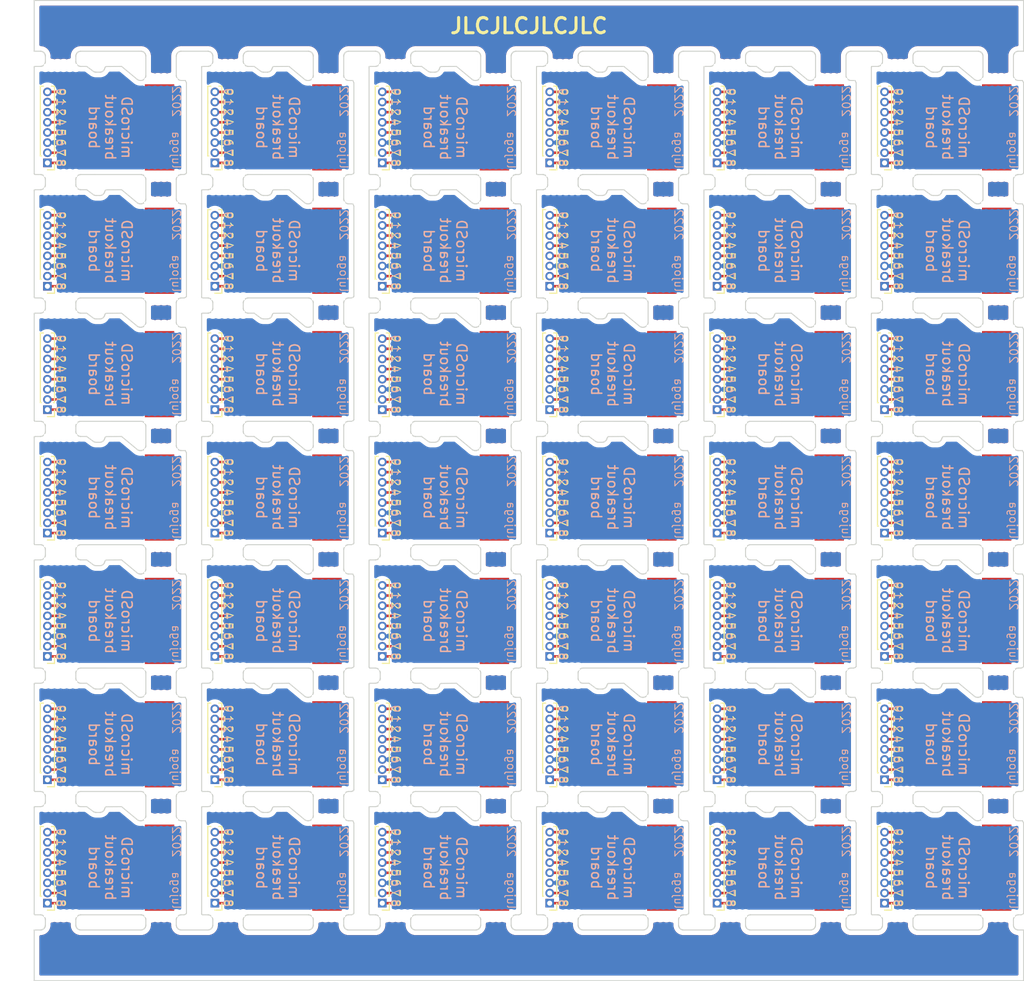
<source format=kicad_pcb>
(kicad_pcb (version 20211014) (generator pcbnew)

  (general
    (thickness 0.8)
  )

  (paper "A4")
  (layers
    (0 "F.Cu" signal)
    (31 "B.Cu" signal)
    (36 "B.SilkS" user "B.Silkscreen")
    (37 "F.SilkS" user "F.Silkscreen")
    (38 "B.Mask" user)
    (39 "F.Mask" user)
    (40 "Dwgs.User" user "User.Drawings")
    (41 "Cmts.User" user "User.Comments")
    (42 "Eco1.User" user "User.Eco1")
    (43 "Eco2.User" user "User.Eco2")
    (44 "Edge.Cuts" user)
    (45 "Margin" user)
    (46 "B.CrtYd" user "B.Courtyard")
    (47 "F.CrtYd" user "F.Courtyard")
    (49 "F.Fab" user)
  )

  (setup
    (stackup
      (layer "F.SilkS" (type "Top Silk Screen") (color "White"))
      (layer "F.Mask" (type "Top Solder Mask") (color "Purple") (thickness 0.01))
      (layer "F.Cu" (type "copper") (thickness 0.035))
      (layer "dielectric 1" (type "core") (thickness 0.71) (material "FR4") (epsilon_r 4.5) (loss_tangent 0.02))
      (layer "B.Cu" (type "copper") (thickness 0.035))
      (layer "B.Mask" (type "Bottom Solder Mask") (color "Purple") (thickness 0.01))
      (layer "B.SilkS" (type "Bottom Silk Screen") (color "White"))
      (copper_finish "ENIG")
      (dielectric_constraints no)
    )
    (pad_to_mask_clearance 0)
    (pcbplotparams
      (layerselection 0x00010f0_ffffffff)
      (disableapertmacros false)
      (usegerberextensions true)
      (usegerberattributes true)
      (usegerberadvancedattributes true)
      (creategerberjobfile false)
      (svguseinch false)
      (svgprecision 6)
      (excludeedgelayer true)
      (plotframeref false)
      (viasonmask false)
      (mode 1)
      (useauxorigin false)
      (hpglpennumber 1)
      (hpglpenspeed 20)
      (hpglpendiameter 15.000000)
      (dxfpolygonmode true)
      (dxfimperialunits true)
      (dxfusepcbnewfont true)
      (psnegative false)
      (psa4output false)
      (plotreference true)
      (plotvalue true)
      (plotinvisibletext false)
      (sketchpadsonfab false)
      (subtractmaskfromsilk false)
      (outputformat 1)
      (mirror false)
      (drillshape 0)
      (scaleselection 1)
      (outputdirectory "../gerber/")
    )
  )

  (net 0 "")
  (net 1 "Board_0-Net-(J1-Pad1)")
  (net 2 "Board_0-Net-(J1-Pad2)")
  (net 3 "Board_0-Net-(J1-Pad3)")
  (net 4 "Board_0-Net-(J1-Pad4)")
  (net 5 "Board_0-Net-(J1-Pad5)")
  (net 6 "Board_0-Net-(J1-Pad6)")
  (net 7 "Board_0-Net-(J1-Pad7)")
  (net 8 "Board_0-Net-(J1-Pad8)")
  (net 9 "Board_1-Net-(J1-Pad1)")
  (net 10 "Board_1-Net-(J1-Pad2)")
  (net 11 "Board_1-Net-(J1-Pad3)")
  (net 12 "Board_1-Net-(J1-Pad4)")
  (net 13 "Board_1-Net-(J1-Pad5)")
  (net 14 "Board_1-Net-(J1-Pad6)")
  (net 15 "Board_1-Net-(J1-Pad7)")
  (net 16 "Board_1-Net-(J1-Pad8)")
  (net 17 "Board_2-Net-(J1-Pad1)")
  (net 18 "Board_2-Net-(J1-Pad2)")
  (net 19 "Board_2-Net-(J1-Pad3)")
  (net 20 "Board_2-Net-(J1-Pad4)")
  (net 21 "Board_2-Net-(J1-Pad5)")
  (net 22 "Board_2-Net-(J1-Pad6)")
  (net 23 "Board_2-Net-(J1-Pad7)")
  (net 24 "Board_2-Net-(J1-Pad8)")
  (net 25 "Board_3-Net-(J1-Pad1)")
  (net 26 "Board_3-Net-(J1-Pad2)")
  (net 27 "Board_3-Net-(J1-Pad3)")
  (net 28 "Board_3-Net-(J1-Pad4)")
  (net 29 "Board_3-Net-(J1-Pad5)")
  (net 30 "Board_3-Net-(J1-Pad6)")
  (net 31 "Board_3-Net-(J1-Pad7)")
  (net 32 "Board_3-Net-(J1-Pad8)")
  (net 33 "Board_4-Net-(J1-Pad1)")
  (net 34 "Board_4-Net-(J1-Pad2)")
  (net 35 "Board_4-Net-(J1-Pad3)")
  (net 36 "Board_4-Net-(J1-Pad4)")
  (net 37 "Board_4-Net-(J1-Pad5)")
  (net 38 "Board_4-Net-(J1-Pad6)")
  (net 39 "Board_4-Net-(J1-Pad7)")
  (net 40 "Board_4-Net-(J1-Pad8)")
  (net 41 "Board_5-Net-(J1-Pad1)")
  (net 42 "Board_5-Net-(J1-Pad2)")
  (net 43 "Board_5-Net-(J1-Pad3)")
  (net 44 "Board_5-Net-(J1-Pad4)")
  (net 45 "Board_5-Net-(J1-Pad5)")
  (net 46 "Board_5-Net-(J1-Pad6)")
  (net 47 "Board_5-Net-(J1-Pad7)")
  (net 48 "Board_5-Net-(J1-Pad8)")
  (net 49 "Board_6-Net-(J1-Pad1)")
  (net 50 "Board_6-Net-(J1-Pad2)")
  (net 51 "Board_6-Net-(J1-Pad3)")
  (net 52 "Board_6-Net-(J1-Pad4)")
  (net 53 "Board_6-Net-(J1-Pad5)")
  (net 54 "Board_6-Net-(J1-Pad6)")
  (net 55 "Board_6-Net-(J1-Pad7)")
  (net 56 "Board_6-Net-(J1-Pad8)")
  (net 57 "Board_7-Net-(J1-Pad1)")
  (net 58 "Board_7-Net-(J1-Pad2)")
  (net 59 "Board_7-Net-(J1-Pad3)")
  (net 60 "Board_7-Net-(J1-Pad4)")
  (net 61 "Board_7-Net-(J1-Pad5)")
  (net 62 "Board_7-Net-(J1-Pad6)")
  (net 63 "Board_7-Net-(J1-Pad7)")
  (net 64 "Board_7-Net-(J1-Pad8)")
  (net 65 "Board_8-Net-(J1-Pad1)")
  (net 66 "Board_8-Net-(J1-Pad2)")
  (net 67 "Board_8-Net-(J1-Pad3)")
  (net 68 "Board_8-Net-(J1-Pad4)")
  (net 69 "Board_8-Net-(J1-Pad5)")
  (net 70 "Board_8-Net-(J1-Pad6)")
  (net 71 "Board_8-Net-(J1-Pad7)")
  (net 72 "Board_8-Net-(J1-Pad8)")
  (net 73 "Board_9-Net-(J1-Pad1)")
  (net 74 "Board_9-Net-(J1-Pad2)")
  (net 75 "Board_9-Net-(J1-Pad3)")
  (net 76 "Board_9-Net-(J1-Pad4)")
  (net 77 "Board_9-Net-(J1-Pad5)")
  (net 78 "Board_9-Net-(J1-Pad6)")
  (net 79 "Board_9-Net-(J1-Pad7)")
  (net 80 "Board_9-Net-(J1-Pad8)")
  (net 81 "Board_10-Net-(J1-Pad1)")
  (net 82 "Board_10-Net-(J1-Pad2)")
  (net 83 "Board_10-Net-(J1-Pad3)")
  (net 84 "Board_10-Net-(J1-Pad4)")
  (net 85 "Board_10-Net-(J1-Pad5)")
  (net 86 "Board_10-Net-(J1-Pad6)")
  (net 87 "Board_10-Net-(J1-Pad7)")
  (net 88 "Board_10-Net-(J1-Pad8)")
  (net 89 "Board_11-Net-(J1-Pad1)")
  (net 90 "Board_11-Net-(J1-Pad2)")
  (net 91 "Board_11-Net-(J1-Pad3)")
  (net 92 "Board_11-Net-(J1-Pad4)")
  (net 93 "Board_11-Net-(J1-Pad5)")
  (net 94 "Board_11-Net-(J1-Pad6)")
  (net 95 "Board_11-Net-(J1-Pad7)")
  (net 96 "Board_11-Net-(J1-Pad8)")
  (net 97 "Board_12-Net-(J1-Pad1)")
  (net 98 "Board_12-Net-(J1-Pad2)")
  (net 99 "Board_12-Net-(J1-Pad3)")
  (net 100 "Board_12-Net-(J1-Pad4)")
  (net 101 "Board_12-Net-(J1-Pad5)")
  (net 102 "Board_12-Net-(J1-Pad6)")
  (net 103 "Board_12-Net-(J1-Pad7)")
  (net 104 "Board_12-Net-(J1-Pad8)")
  (net 105 "Board_13-Net-(J1-Pad1)")
  (net 106 "Board_13-Net-(J1-Pad2)")
  (net 107 "Board_13-Net-(J1-Pad3)")
  (net 108 "Board_13-Net-(J1-Pad4)")
  (net 109 "Board_13-Net-(J1-Pad5)")
  (net 110 "Board_13-Net-(J1-Pad6)")
  (net 111 "Board_13-Net-(J1-Pad7)")
  (net 112 "Board_13-Net-(J1-Pad8)")
  (net 113 "Board_14-Net-(J1-Pad1)")
  (net 114 "Board_14-Net-(J1-Pad2)")
  (net 115 "Board_14-Net-(J1-Pad3)")
  (net 116 "Board_14-Net-(J1-Pad4)")
  (net 117 "Board_14-Net-(J1-Pad5)")
  (net 118 "Board_14-Net-(J1-Pad6)")
  (net 119 "Board_14-Net-(J1-Pad7)")
  (net 120 "Board_14-Net-(J1-Pad8)")
  (net 121 "Board_15-Net-(J1-Pad1)")
  (net 122 "Board_15-Net-(J1-Pad2)")
  (net 123 "Board_15-Net-(J1-Pad3)")
  (net 124 "Board_15-Net-(J1-Pad4)")
  (net 125 "Board_15-Net-(J1-Pad5)")
  (net 126 "Board_15-Net-(J1-Pad6)")
  (net 127 "Board_15-Net-(J1-Pad7)")
  (net 128 "Board_15-Net-(J1-Pad8)")
  (net 129 "Board_16-Net-(J1-Pad1)")
  (net 130 "Board_16-Net-(J1-Pad2)")
  (net 131 "Board_16-Net-(J1-Pad3)")
  (net 132 "Board_16-Net-(J1-Pad4)")
  (net 133 "Board_16-Net-(J1-Pad5)")
  (net 134 "Board_16-Net-(J1-Pad6)")
  (net 135 "Board_16-Net-(J1-Pad7)")
  (net 136 "Board_16-Net-(J1-Pad8)")
  (net 137 "Board_17-Net-(J1-Pad1)")
  (net 138 "Board_17-Net-(J1-Pad2)")
  (net 139 "Board_17-Net-(J1-Pad3)")
  (net 140 "Board_17-Net-(J1-Pad4)")
  (net 141 "Board_17-Net-(J1-Pad5)")
  (net 142 "Board_17-Net-(J1-Pad6)")
  (net 143 "Board_17-Net-(J1-Pad7)")
  (net 144 "Board_17-Net-(J1-Pad8)")
  (net 145 "Board_18-Net-(J1-Pad1)")
  (net 146 "Board_18-Net-(J1-Pad2)")
  (net 147 "Board_18-Net-(J1-Pad3)")
  (net 148 "Board_18-Net-(J1-Pad4)")
  (net 149 "Board_18-Net-(J1-Pad5)")
  (net 150 "Board_18-Net-(J1-Pad6)")
  (net 151 "Board_18-Net-(J1-Pad7)")
  (net 152 "Board_18-Net-(J1-Pad8)")
  (net 153 "Board_19-Net-(J1-Pad1)")
  (net 154 "Board_19-Net-(J1-Pad2)")
  (net 155 "Board_19-Net-(J1-Pad3)")
  (net 156 "Board_19-Net-(J1-Pad4)")
  (net 157 "Board_19-Net-(J1-Pad5)")
  (net 158 "Board_19-Net-(J1-Pad6)")
  (net 159 "Board_19-Net-(J1-Pad7)")
  (net 160 "Board_19-Net-(J1-Pad8)")
  (net 161 "Board_20-Net-(J1-Pad1)")
  (net 162 "Board_20-Net-(J1-Pad2)")
  (net 163 "Board_20-Net-(J1-Pad3)")
  (net 164 "Board_20-Net-(J1-Pad4)")
  (net 165 "Board_20-Net-(J1-Pad5)")
  (net 166 "Board_20-Net-(J1-Pad6)")
  (net 167 "Board_20-Net-(J1-Pad7)")
  (net 168 "Board_20-Net-(J1-Pad8)")
  (net 169 "Board_21-Net-(J1-Pad1)")
  (net 170 "Board_21-Net-(J1-Pad2)")
  (net 171 "Board_21-Net-(J1-Pad3)")
  (net 172 "Board_21-Net-(J1-Pad4)")
  (net 173 "Board_21-Net-(J1-Pad5)")
  (net 174 "Board_21-Net-(J1-Pad6)")
  (net 175 "Board_21-Net-(J1-Pad7)")
  (net 176 "Board_21-Net-(J1-Pad8)")
  (net 177 "Board_22-Net-(J1-Pad1)")
  (net 178 "Board_22-Net-(J1-Pad2)")
  (net 179 "Board_22-Net-(J1-Pad3)")
  (net 180 "Board_22-Net-(J1-Pad4)")
  (net 181 "Board_22-Net-(J1-Pad5)")
  (net 182 "Board_22-Net-(J1-Pad6)")
  (net 183 "Board_22-Net-(J1-Pad7)")
  (net 184 "Board_22-Net-(J1-Pad8)")
  (net 185 "Board_23-Net-(J1-Pad1)")
  (net 186 "Board_23-Net-(J1-Pad2)")
  (net 187 "Board_23-Net-(J1-Pad3)")
  (net 188 "Board_23-Net-(J1-Pad4)")
  (net 189 "Board_23-Net-(J1-Pad5)")
  (net 190 "Board_23-Net-(J1-Pad6)")
  (net 191 "Board_23-Net-(J1-Pad7)")
  (net 192 "Board_23-Net-(J1-Pad8)")
  (net 193 "Board_24-Net-(J1-Pad1)")
  (net 194 "Board_24-Net-(J1-Pad2)")
  (net 195 "Board_24-Net-(J1-Pad3)")
  (net 196 "Board_24-Net-(J1-Pad4)")
  (net 197 "Board_24-Net-(J1-Pad5)")
  (net 198 "Board_24-Net-(J1-Pad6)")
  (net 199 "Board_24-Net-(J1-Pad7)")
  (net 200 "Board_24-Net-(J1-Pad8)")
  (net 201 "Board_25-Net-(J1-Pad1)")
  (net 202 "Board_25-Net-(J1-Pad2)")
  (net 203 "Board_25-Net-(J1-Pad3)")
  (net 204 "Board_25-Net-(J1-Pad4)")
  (net 205 "Board_25-Net-(J1-Pad5)")
  (net 206 "Board_25-Net-(J1-Pad6)")
  (net 207 "Board_25-Net-(J1-Pad7)")
  (net 208 "Board_25-Net-(J1-Pad8)")
  (net 209 "Board_26-Net-(J1-Pad1)")
  (net 210 "Board_26-Net-(J1-Pad2)")
  (net 211 "Board_26-Net-(J1-Pad3)")
  (net 212 "Board_26-Net-(J1-Pad4)")
  (net 213 "Board_26-Net-(J1-Pad5)")
  (net 214 "Board_26-Net-(J1-Pad6)")
  (net 215 "Board_26-Net-(J1-Pad7)")
  (net 216 "Board_26-Net-(J1-Pad8)")
  (net 217 "Board_27-Net-(J1-Pad1)")
  (net 218 "Board_27-Net-(J1-Pad2)")
  (net 219 "Board_27-Net-(J1-Pad3)")
  (net 220 "Board_27-Net-(J1-Pad4)")
  (net 221 "Board_27-Net-(J1-Pad5)")
  (net 222 "Board_27-Net-(J1-Pad6)")
  (net 223 "Board_27-Net-(J1-Pad7)")
  (net 224 "Board_27-Net-(J1-Pad8)")
  (net 225 "Board_28-Net-(J1-Pad1)")
  (net 226 "Board_28-Net-(J1-Pad2)")
  (net 227 "Board_28-Net-(J1-Pad3)")
  (net 228 "Board_28-Net-(J1-Pad4)")
  (net 229 "Board_28-Net-(J1-Pad5)")
  (net 230 "Board_28-Net-(J1-Pad6)")
  (net 231 "Board_28-Net-(J1-Pad7)")
  (net 232 "Board_28-Net-(J1-Pad8)")
  (net 233 "Board_29-Net-(J1-Pad1)")
  (net 234 "Board_29-Net-(J1-Pad2)")
  (net 235 "Board_29-Net-(J1-Pad3)")
  (net 236 "Board_29-Net-(J1-Pad4)")
  (net 237 "Board_29-Net-(J1-Pad5)")
  (net 238 "Board_29-Net-(J1-Pad6)")
  (net 239 "Board_29-Net-(J1-Pad7)")
  (net 240 "Board_29-Net-(J1-Pad8)")
  (net 241 "Board_30-Net-(J1-Pad1)")
  (net 242 "Board_30-Net-(J1-Pad2)")
  (net 243 "Board_30-Net-(J1-Pad3)")
  (net 244 "Board_30-Net-(J1-Pad4)")
  (net 245 "Board_30-Net-(J1-Pad5)")
  (net 246 "Board_30-Net-(J1-Pad6)")
  (net 247 "Board_30-Net-(J1-Pad7)")
  (net 248 "Board_30-Net-(J1-Pad8)")
  (net 249 "Board_31-Net-(J1-Pad1)")
  (net 250 "Board_31-Net-(J1-Pad2)")
  (net 251 "Board_31-Net-(J1-Pad3)")
  (net 252 "Board_31-Net-(J1-Pad4)")
  (net 253 "Board_31-Net-(J1-Pad5)")
  (net 254 "Board_31-Net-(J1-Pad6)")
  (net 255 "Board_31-Net-(J1-Pad7)")
  (net 256 "Board_31-Net-(J1-Pad8)")
  (net 257 "Board_32-Net-(J1-Pad1)")
  (net 258 "Board_32-Net-(J1-Pad2)")
  (net 259 "Board_32-Net-(J1-Pad3)")
  (net 260 "Board_32-Net-(J1-Pad4)")
  (net 261 "Board_32-Net-(J1-Pad5)")
  (net 262 "Board_32-Net-(J1-Pad6)")
  (net 263 "Board_32-Net-(J1-Pad7)")
  (net 264 "Board_32-Net-(J1-Pad8)")
  (net 265 "Board_33-Net-(J1-Pad1)")
  (net 266 "Board_33-Net-(J1-Pad2)")
  (net 267 "Board_33-Net-(J1-Pad3)")
  (net 268 "Board_33-Net-(J1-Pad4)")
  (net 269 "Board_33-Net-(J1-Pad5)")
  (net 270 "Board_33-Net-(J1-Pad6)")
  (net 271 "Board_33-Net-(J1-Pad7)")
  (net 272 "Board_33-Net-(J1-Pad8)")
  (net 273 "Board_34-Net-(J1-Pad1)")
  (net 274 "Board_34-Net-(J1-Pad2)")
  (net 275 "Board_34-Net-(J1-Pad3)")
  (net 276 "Board_34-Net-(J1-Pad4)")
  (net 277 "Board_34-Net-(J1-Pad5)")
  (net 278 "Board_34-Net-(J1-Pad6)")
  (net 279 "Board_34-Net-(J1-Pad7)")
  (net 280 "Board_34-Net-(J1-Pad8)")
  (net 281 "Board_35-Net-(J1-Pad1)")
  (net 282 "Board_35-Net-(J1-Pad2)")
  (net 283 "Board_35-Net-(J1-Pad3)")
  (net 284 "Board_35-Net-(J1-Pad4)")
  (net 285 "Board_35-Net-(J1-Pad5)")
  (net 286 "Board_35-Net-(J1-Pad6)")
  (net 287 "Board_35-Net-(J1-Pad7)")
  (net 288 "Board_35-Net-(J1-Pad8)")
  (net 289 "Board_36-Net-(J1-Pad1)")
  (net 290 "Board_36-Net-(J1-Pad2)")
  (net 291 "Board_36-Net-(J1-Pad3)")
  (net 292 "Board_36-Net-(J1-Pad4)")
  (net 293 "Board_36-Net-(J1-Pad5)")
  (net 294 "Board_36-Net-(J1-Pad6)")
  (net 295 "Board_36-Net-(J1-Pad7)")
  (net 296 "Board_36-Net-(J1-Pad8)")
  (net 297 "Board_37-Net-(J1-Pad1)")
  (net 298 "Board_37-Net-(J1-Pad2)")
  (net 299 "Board_37-Net-(J1-Pad3)")
  (net 300 "Board_37-Net-(J1-Pad4)")
  (net 301 "Board_37-Net-(J1-Pad5)")
  (net 302 "Board_37-Net-(J1-Pad6)")
  (net 303 "Board_37-Net-(J1-Pad7)")
  (net 304 "Board_37-Net-(J1-Pad8)")
  (net 305 "Board_38-Net-(J1-Pad1)")
  (net 306 "Board_38-Net-(J1-Pad2)")
  (net 307 "Board_38-Net-(J1-Pad3)")
  (net 308 "Board_38-Net-(J1-Pad4)")
  (net 309 "Board_38-Net-(J1-Pad5)")
  (net 310 "Board_38-Net-(J1-Pad6)")
  (net 311 "Board_38-Net-(J1-Pad7)")
  (net 312 "Board_38-Net-(J1-Pad8)")
  (net 313 "Board_39-Net-(J1-Pad1)")
  (net 314 "Board_39-Net-(J1-Pad2)")
  (net 315 "Board_39-Net-(J1-Pad3)")
  (net 316 "Board_39-Net-(J1-Pad4)")
  (net 317 "Board_39-Net-(J1-Pad5)")
  (net 318 "Board_39-Net-(J1-Pad6)")
  (net 319 "Board_39-Net-(J1-Pad7)")
  (net 320 "Board_39-Net-(J1-Pad8)")
  (net 321 "Board_40-Net-(J1-Pad1)")
  (net 322 "Board_40-Net-(J1-Pad2)")
  (net 323 "Board_40-Net-(J1-Pad3)")
  (net 324 "Board_40-Net-(J1-Pad4)")
  (net 325 "Board_40-Net-(J1-Pad5)")
  (net 326 "Board_40-Net-(J1-Pad6)")
  (net 327 "Board_40-Net-(J1-Pad7)")
  (net 328 "Board_40-Net-(J1-Pad8)")
  (net 329 "Board_41-Net-(J1-Pad1)")
  (net 330 "Board_41-Net-(J1-Pad2)")
  (net 331 "Board_41-Net-(J1-Pad3)")
  (net 332 "Board_41-Net-(J1-Pad4)")
  (net 333 "Board_41-Net-(J1-Pad5)")
  (net 334 "Board_41-Net-(J1-Pad6)")
  (net 335 "Board_41-Net-(J1-Pad7)")
  (net 336 "Board_41-Net-(J1-Pad8)")

  (footprint "NPTH" (layer "F.Cu") (at 111.400091 116.259))

  (footprint "NPTH" (layer "F.Cu") (at 79.000039 91.929))

  (footprint "NPTH" (layer "F.Cu") (at 103.000065 104.089))

  (footprint "NPTH" (layer "F.Cu") (at 119.500091 104.089))

  (footprint "NPTH" (layer "F.Cu") (at 93.100065 105.391))

  (footprint "NPTH" (layer "F.Cu") (at 126.100117 104.089))

  (footprint "NPTH" (layer "F.Cu") (at 139.000117 104.089))

  (footprint "NPTH" (layer "F.Cu") (at 77.800039 93.231))

  (footprint "NPTH" (layer "F.Cu") (at 122.500091 94.621))

  (footprint "NPTH" (layer "F.Cu") (at 55.899987 79.759))

  (footprint "Connector_PinHeader_1.00mm:PinHeader_1x08_P1.00mm_Vertical" (layer "F.Cu") (at 126.300117 66.34783 180))

  (footprint "NPTH" (layer "F.Cu") (at 122.500091 118.951))

  (footprint "NPTH" (layer "F.Cu") (at 60.700013 67.599))

  (footprint "NPTH" (layer "F.Cu") (at 86.500039 45.961))

  (footprint "NPTH" (layer "F.Cu") (at 45.399987 117.561))

  (footprint "NPTH" (layer "F.Cu") (at 53.499987 45.961))

  (footprint "NPTH" (layer "F.Cu") (at 60.700013 44.571))

  (footprint "NPTH" (layer "F.Cu") (at 54.699987 55.429))

  (footprint "NPTH" (layer "F.Cu") (at 136.600117 82.451))

  (footprint "NPTH" (layer "F.Cu") (at 104.800065 104.089))

  (footprint "NPTH" (layer "F.Cu") (at 106.000065 45.961))

  (footprint "NPTH" (layer "F.Cu") (at 43.599987 105.391))

  (footprint "NPTH" (layer "F.Cu") (at 126.700117 55.429))

  (footprint "NPTH" (layer "F.Cu") (at 109.600091 56.731))

  (footprint "NPTH" (layer "F.Cu") (at 53.499987 67.599))

  (footprint "NPTH" (layer "F.Cu") (at 45.999987 91.929))

  (footprint "NPTH" (layer "F.Cu") (at 139.000117 67.599))

  (footprint "NPTH" (layer "F.Cu") (at 121.900091 79.759))

  (footprint "NPTH" (layer "F.Cu") (at 127.300117 79.759))

  (footprint "NPTH" (layer "F.Cu") (at 137.800117 116.259))

  (footprint "Connector_PinHeader_1.00mm:PinHeader_1x08_P1.00mm_Vertical" (layer "F.Cu") (at 43.799987 78.513062 180))

  (footprint "NPTH" (layer "F.Cu") (at 62.500013 44.571))

  (footprint "NPTH" (layer "F.Cu") (at 121.900091 106.781))

  (footprint "NPTH" (layer "F.Cu") (at 137.200117 91.929))

  (footprint "NPTH" (layer "F.Cu") (at 86.500039 67.599))

  (footprint "NPTH" (layer "F.Cu") (at 44.799987 55.429))

  (footprint "NPTH" (layer "F.Cu") (at 46.599987 128.419))

  (footprint "NPTH" (layer "F.Cu") (at 139.000117 118.951))

  (footprint "NPTH" (layer "F.Cu") (at 86.500039 55.429))

  (footprint "NPTH" (layer "F.Cu") (at 89.500039 70.291))

  (footprint "NPTH" (layer "F.Cu") (at 104.800065 58.121))

  (footprint "NPTH" (layer "F.Cu") (at 127.900117 117.561))

  (footprint "NPTH" (layer "F.Cu") (at 94.300065 105.391))

  (footprint "Connector_PinHeader_1.00mm:PinHeader_1x08_P1.00mm_Vertical" (layer "F.Cu") (at 109.800091 54.182598 180))

  (footprint "NPTH" (layer "F.Cu") (at 137.200117 45.961))

  (footprint "NPTH" (layer "F.Cu") (at 62.500013 67.599))

  (footprint "NPTH" (layer "F.Cu") (at 104.800065 94.621))

  (footprint "NPTH" (layer "F.Cu") (at 56.499987 91.929))

  (footprint "NPTH" (layer "F.Cu") (at 104.200065 116.259))

  (footprint "NPTH" (layer "F.Cu") (at 63.100013 105.391))

  (footprint "NPTH" (layer "F.Cu") (at 121.300091 104.089))

  (footprint "NPTH" (layer "F.Cu") (at 95.500065 116.259))

  (footprint "NPTH" (layer "F.Cu") (at 136.600117 94.621))

  (footprint "NPTH" (layer "F.Cu") (at 120.100091 58.121))

  (footprint "NPTH" (layer "F.Cu") (at 86.500039 70.291))

  (footprint "NPTH" (layer "F.Cu") (at 121.300091 116.259))

  (footprint "Connector_PinHeader_1.00mm:PinHeader_1x08_P1.00mm_Vertical" (layer "F.Cu") (at 109.800091 127.17399 180))

  (footprint "NPTH" (layer "F.Cu") (at 94.900065 105.391))

  (footprint "microsd-breakout:microSD" (layer "F.Cu") (at 42.499987 103.993526))

  (footprint "NPTH" (layer "F.Cu") (at 122.500091 106.781))

  (footprint "NPTH" (layer "F.Cu") (at 129.100117 55.429))

  (footprint "NPTH" (layer "F.Cu") (at 89.500039 79.759))

  (footprint "NPTH" (layer "F.Cu") (at 61.300013 104.089))

  (footprint "NPTH" (layer "F.Cu") (at 73.000013 55.429))

  (footprint "NPTH" (layer "F.Cu") (at 93.100065 128.419))

  (footprint "NPTH" (layer "F.Cu") (at 94.900065 67.599))

  (footprint "NPTH" (layer "F.Cu") (at 111.400091 68.901))

  (footprint "NPTH" (layer "F.Cu") (at 86.500039 118.951))

  (footprint "NPTH" (layer "F.Cu") (at 136.000117 67.599))

  (footprint "NPTH" (layer "F.Cu") (at 77.800039 117.561))

  (footprint "NPTH" (layer "F.Cu") (at 54.699987 70.291))

  (footprint "NPTH" (layer "F.Cu") (at 70.600013 55.429))

  (footprint "NPTH" (layer "F.Cu") (at 104.800065 45.961))

  (footprint "NPTH" (layer "F.Cu") (at 126.100117 91.929))

  (footprint "NPTH" (layer "F.Cu") (at 111.400091 56.731))

  (footprint "NPTH" (layer "F.Cu") (at 93.100065 81.061))

  (footprint "NPTH" (layer "F.Cu") (at 136.000117 55.429))

  (footprint "NPTH" (layer "F.Cu") (at 60.700013 68.901))

  (footprint "NPTH" (layer "F.Cu") (at 77.800039 56.731))

  (footprint "NPTH" (layer "F.Cu") (at 95.500065 67.599))

  (footprint "NPTH" (layer "F.Cu") (at 54.699987 45.961))

  (footprint "NPTH" (layer "F.Cu") (at 105.400065 79.759))

  (footprint "NPTH" (layer "F.Cu") (at 44.799987 68.901))

  (footprint "NPTH" (layer "F.Cu") (at 55.899987 106.781))

  (footprint "NPTH" (layer "F.Cu") (at 112.600091 68.901))

  (footprint "NPTH" (layer "F.Cu") (at 56.499987 118.951))

  (footprint "NPTH" (layer "F.Cu") (at 61.300013 44.571))

  (footprint "NPTH" (layer "F.Cu") (at 77.800039 128.419))

  (footprint "NPTH" (layer "F.Cu") (at 53.499987 70.291))

  (footprint "NPTH" (layer "F.Cu") (at 111.400091 67.599))

  (footprint "NPTH" (layer "F.Cu") (at 109.600091 79.759))

  (footprint "NPTH" (layer "F.Cu") (at 56.499987 79.759))

  (footprint "NPTH" (layer "F.Cu") (at 139.000117 58.121))

  (footprint "NPTH" (layer "F.Cu") (at 73.000013 82.451))

  (footprint "NPTH" (layer "F.Cu") (at 78.400039 81.061))

  (footprint "NPTH" (layer "F.Cu") (at 79.000039 116.259))

  (footprint "NPTH" (layer "F.Cu") (at 70.600013 91.929))

  (footprint "NPTH" (layer "F.Cu") (at 137.800117 82.451))

  (footprint "NPTH" (layer "F.Cu") (at 112.000091 104.089))

  (footprint "NPTH" (layer "F.Cu") (at 76.600039 116.259))

  (footprint "NPTH" (layer "F.Cu") (at 129.100117 116.259))

  (footprint "NPTH" (layer "F.Cu") (at 77.200039 105.391))

  (footprint "microsd-breakout:microSD" (layer "F.Cu") (at 125.000117 55.332598))

  (footprint "NPTH" (layer "F.Cu") (at 73.000013 45.961))

  (footprint "NPTH" (layer "F.Cu") (at 86.500039 58.121))

  (footprint "NPTH" (layer "F.Cu") (at 60.100013 91.929))

  (footprint "NPTH" (layer "F.Cu") (at 137.200117 82.451))

  (footprint "NPTH" (layer "F.Cu") (at 60.100013 93.231))

  (footprint "NPTH" (layer "F.Cu") (at 63.100013 91.929))

  (footprint "NPTH" (layer "F.Cu") (at 103.000065 118.951))

  (footprint "NPTH" (layer "F.Cu") (at 121.900091 118.951))

  (footprint "microsd-breakout:microSD" (layer "F.Cu") (at 125.000117 116.158758))

  (footprint "microsd-breakout:microSD" (layer "F.Cu") (at 108.500091 103.993526))

  (footprint "NPTH" (layer "F.Cu") (at 76.600039 91.929))

  (footprint "NPTH" (layer "F.Cu") (at 96.100065 68.901))

  (footprint "NPTH" (layer "F.Cu") (at 72.400013 70.291))

  (footprint "NPTH" (layer "F.Cu") (at 73.000013 118.951))

  (footprint "NPTH" (layer "F.Cu") (at 72.400013 128.419))

  (footprint "NPTH" (layer "F.Cu") (at 71.200013 82.451))

  (footprint "NPTH" (layer "F.Cu") (at 105.400065 118.951))

  (footprint "NPTH" (layer "F.Cu") (at 87.100039 91.929))

  (footprint "NPTH" (layer "F.Cu") (at 88.300039 82.451))

  (footprint "NPTH" (layer "F.Cu") (at 93.100065 93.231))

  (footprint "NPTH" (layer "F.Cu") (at 87.700039 82.451))

  (footprint "NPTH" (layer "F.Cu") (at 109.600091 91.929))

  (footprint "NPTH" (layer "F.Cu") (at 120.700091 82.451))

  (footprint "NPTH" (layer "F.Cu") (at 79.600039 104.089))

  (footprint "NPTH" (layer "F.Cu") (at 79.600039 105.391))

  (footprint "NPTH" (layer "F.Cu") (at 139.000117 82.451))

  (footprint "NPTH" (layer "F.Cu") (at 111.400091 91.929))

  (footprint "NPTH" (layer "F.Cu") (at 71.200013 104.089))

  (footprint "NPTH" (layer "F.Cu") (at 121.900091 116.259))

  (footprint "NPTH" (layer "F.Cu") (at 72.400013 106.781))

  (footprint "NPTH" (layer "F.Cu") (at 88.900039 45.961))

  (footprint "NPTH" (layer "F.Cu") (at 71.200013 45.961))

  (footprint "NPTH" (layer "F.Cu") (at 111.400091 128.419))

  (footprint "NPTH" (layer "F.Cu") (at 104.200065 82.451))

  (footprint "NPTH" (layer "F.Cu") (at 120.700091 104.089))

  (footprint "NPTH" (layer "F.Cu") (at 44.199987 116.259))

  (footprint "NPTH" (layer "F.Cu") (at 55.299987 45.961))

  (footprint "NPTH" (layer "F.Cu") (at 61.900013 81.061))

  (footprint "NPTH" (layer "F.Cu") (at 103.000065 45.961))

  (footprint "NPTH" (layer "F.Cu") (at 86.500039 91.929))

  (footprint "NPTH" (layer "F.Cu") (at 129.100117 91.929))

  (footprint "NPTH" (layer "F.Cu") (at 71.800013 128.419))

  (footprint "NPTH" (layer "F.Cu") (at 72.400013 79.759))

  (footprint "NPTH" (layer "F.Cu") (at 111.400091 55.429))

  (footprint "NPTH" (layer "F.Cu") (at 103.600065 104.089))

  (footprint "NPTH" (layer "F.Cu") (at 105.400065 91.929))

  (footprint "NPTH" (layer "F.Cu") (at 128.500117 67.599))

  (footprint "microsd-breakout:microSD" (layer "F.Cu") (at 59.000013 91.828294))

  (footprint "NPTH" (layer "F.Cu") (at 46.599987 117.561))

  (footprint "NPTH" (layer "F.Cu") (at 45.399987 104.089))

  (footprint "NPTH" (layer "F.Cu") (at 44.799987 91.929))

  (footprint "NPTH" (layer "F.Cu") (at 55.899987 104.089))

  (footprint "NPTH" (layer "F.Cu") (at 93.100065 44.571))

  (footprint "NPTH" (layer "F.Cu") (at 88.900039 55.429))

  (footprint "NPTH" (layer "F.Cu") (at 126.100117 44.571))

  (footprint "NPTH" (layer "F.Cu") (at 60.700013 91.929))

  (footprint "NPTH" (layer "F.Cu") (at 76.600039 104.089))

  (footprint "NPTH" (layer "F.Cu") (at 45.399987 79.759))

  (footprint "NPTH" (layer "F.Cu") (at 110.800091 91.929))

  (footprint "NPTH" (layer "F.Cu") (at 54.099987 67.599))

  (footprint "NPTH" (layer "F.Cu") (at 71.800013 55.429))

  (footprint "NPTH" (layer "F.Cu") (at 94.900065 56.731))

  (footprint "NPTH" (layer "F.Cu") (at 129.100117 81.061))

  (footprint "NPTH" (layer "F.Cu") (at 105.400065 94.621))

  (footprint "NPTH" (layer "F.Cu") (at 77.200039 116.259))

  (footprint "NPTH" (layer "F.Cu") (at 103.000065 67.599))

  (footprint "NPTH" (layer "F.Cu") (at 127.900117 105.391))

  (footprint "NPTH" (layer "F.Cu") (at 45.999987 128.419))

  (footprint "NPTH" (layer "F.Cu") (at 56.499987 58.121))

  (footprint "NPTH" (layer "F.Cu") (at 55.299987 106.781))

  (footprint "NPTH" (layer "F.Cu") (at 96.100065 67.599))

  (footprint "NPTH" (layer "F.Cu") (at 77.800039 79.759))

  (footprint "NPTH" (layer "F.Cu") (at 96.100065 105.391))

  (footprint "Connector_PinHeader_1.00mm:PinHeader_1x08_P1.00mm_Vertical" (layer "F.Cu") (at 60.300013 54.182598 180))

  (footprint "NPTH" (layer "F.Cu") (at 111.400091 44.571))

  (footprint "NPTH" (layer "F.Cu") (at 71.200013 58.121))

  (footprint "NPTH" (layer "F.Cu") (at 55.299987 104.089))

  (footprint "NPTH" (layer "F.Cu") (at 106.000065 70.291))

  (footprint "NPTH" (layer "F.Cu") (at 95.500065 91.929))

  (footprint "NPTH" (layer "F.Cu") (at 138.400117 55.429))

  (footprint "NPTH" (layer "F.Cu") (at 119.500091 58.121))

  (footprint "NPTH" (layer "F.Cu") (at 61.300013 93.231))

  (footprint "NPTH" (layer "F.Cu") (at 111.400091 93.231))

  (footprint "NPTH" (layer "F.Cu") (at 110.200091 128.419))

  (footprint "NPTH" (layer "F.Cu") (at 96.100065 81.061))

  (footprint "NPTH" (layer "F.Cu") (at 136.000117 128.419))

  (footprint "NPTH" (layer "F.Cu") (at 128.500117 93.231))

  (footprint "NPTH" (layer "F.Cu") (at 61.300013 81.061))

  (footprint "NPTH" (layer "F.Cu") (at 70.000013 58.121))

  (footprint "NPTH" (layer "F.Cu") (at 127.900117 56.731))

  (footprint "NPTH" (layer "F.Cu") (at 55.299987 79.759))

  (footprint "NPTH" (layer "F.Cu") (at 44.799987 104.089))

  (footprint "NPTH" (layer "F.Cu") (at 137.800117 118.951))

  (footprint "NPTH" (layer "F.Cu") (at 77.200039 104.089))

  (footprint "NPTH" (layer "F.Cu") (at 104.800065 116.259))

  (footprint "NPTH" (layer "F.Cu") (at 126.700117 68.901))

  (footprint "NPTH" (layer "F.Cu") (at 79.000039 104.089))

  (footprint "NPTH" (layer "F.Cu") (at 96.100065 93.231))

  (footprint "NPTH" (layer "F.Cu") (at 77.800039 91.929))

  (footprint "NPTH" (layer "F.Cu") (at 78.400039 117.561))

  (footprint "NPTH" (layer "F.Cu") (at 136.000117 106.781))

  (footprint "NPTH" (layer "F.Cu") (at 61.900013 104.089))

  (footprint "NPTH" (layer "F.Cu") (at 55.299987 55.429))

  (footprint "NPTH" (layer "F.Cu") (at 139.000117 70.291))

  (footprint "NPTH" (layer "F.Cu") (at 93.100065 79.759))

  (footprint "NPTH" (layer "F.Cu") (at 71.800013 70.291))

  (footprint "NPTH" (layer "F.Cu") (at 111.400091 117.561))

  (footprint "NPTH" (layer "F.Cu") (at 88.300039 118.951))

  (footprint "NPTH" (layer "F.Cu") (at 106.000065 91.929))

  (footprint "NPTH" (layer "F.Cu") (at 63.100013 128.419))

  (footprint "NPTH" (layer "F.Cu") (at 104.200065 67.599))

  (footprint "NPTH" (layer "F.Cu") (at 77.200039 91.929))

  (footprint "NPTH" (layer "F.Cu") (at 79.000039 117.561))

  (footprint "NPTH" (layer "F.Cu") (at 45.999987 117.561))

  (footprint "NPTH" (layer "F.Cu") (at 127.300117 104.089))

  (footprint "NPTH" (layer "F.Cu") (at 112.000091 55.429))

  (footprint "NPTH" (layer "F.Cu") (at 53.499987 79.759))

  (footprint "NPTH" (layer "F.Cu") (at 89.500039 55.429))

  (footprint "NPTH" (layer "F.Cu") (at 73.000013 70.291))

  (footprint "NPTH" (layer "F.Cu") (at 122.500091 128.419))

  (footprint "NPTH" (layer "F.Cu") (at 127.300117 116.259))

  (footprint "NPTH" (layer "F.Cu") (at 110.200091 81.061))

  (footprint "NPTH" (layer "F.Cu") (at 137.800117 70.291))

  (footprint "NPTH" (layer "F.Cu") (at 119.500091 79.759))

  (footprint "NPTH" (layer "F.Cu") (at 103.600065 55.429))

  (footprint "NPTH" (layer "F.Cu") (at 71.200013 55.429))

  (footprint "NPTH" (layer "F.Cu") (at 53.499987 116.259))

  (footprint "NPTH" (layer "F.Cu") (at 129.100117 44.571))

  (footprint "NPTH" (layer "F.Cu") (at 54.099987 94.621))

  (footprint "NPTH" (layer "F.Cu") (at 106.000065 67.599))

  (footprint "NPTH" (layer "F.Cu") (at 70.000013 91.929))

  (footprint "NPTH" (layer "F.Cu") (at 43.599987 116.259))

  (footprint "NPTH" (layer "F.Cu") (at 121.300091 94.621))

  (footprint "NPTH" (layer "F.Cu") (at 46.599987 81.061))

  (footprint "NPTH" (layer "F.Cu") (at 96.100065 91.929))

  (footprint "NPTH" (layer "F.Cu") (at 46.599987 93.231))

  (footprint "NPTH" (layer "F.Cu")
    (tedit 618E7E16) (tstamp 31c187d4-87ad-4d60-bd8f-98cf0ce183f8)
    (at 77.800039 44.571)
    (attr through_hole)
    (fp_text reference "REF**" (at 0 0.5) (layer "F.SilkS") hide
      (effects (font (size 1 1) (thickness 0.15)))
      (tstamp fe7a54f0-16c5-4831-a0a4-9812c5c0c12d)
    )
    (fp_text value "NPTH" (at 0 -0.5) (layer "F.Fab") hide
      (effects (font (size 1 1) (thickness 0.15)))
      
... [5056246 chars truncated]
</source>
